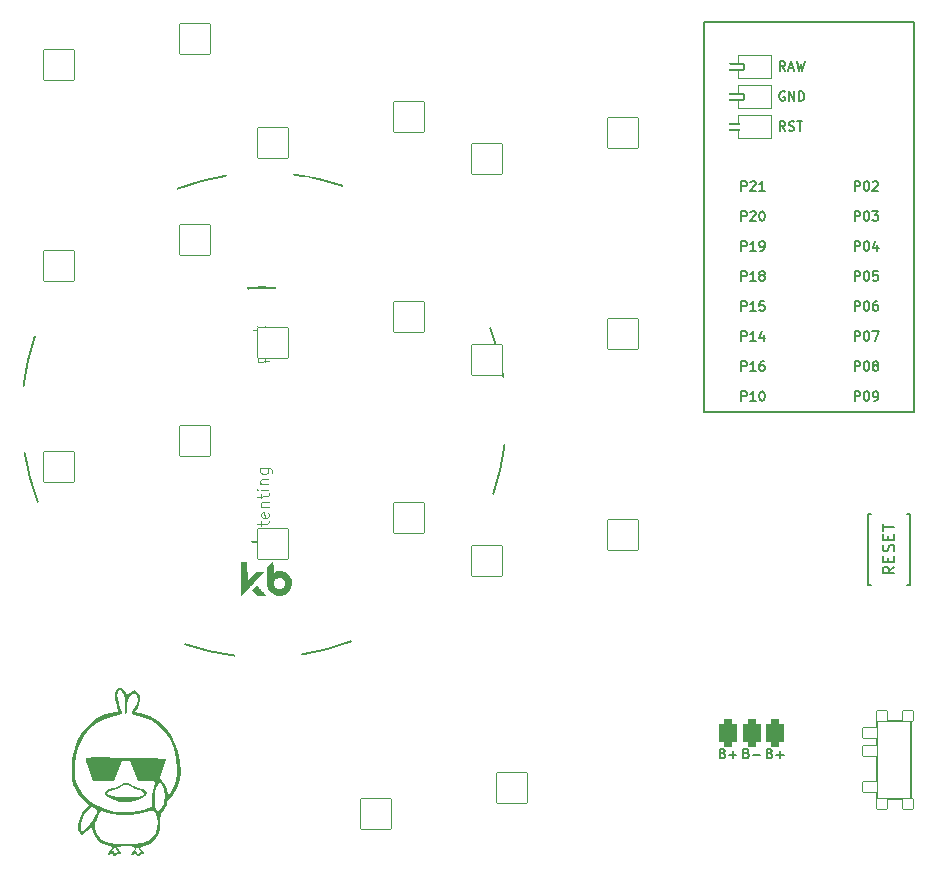
<source format=gto>
%TF.GenerationSoftware,KiCad,Pcbnew,(6.0.4)*%
%TF.CreationDate,2022-06-21T15:17:04+02:00*%
%TF.ProjectId,konafa,6b6f6e61-6661-42e6-9b69-6361645f7063,v1.0.0*%
%TF.SameCoordinates,Original*%
%TF.FileFunction,Legend,Top*%
%TF.FilePolarity,Positive*%
%FSLAX46Y46*%
G04 Gerber Fmt 4.6, Leading zero omitted, Abs format (unit mm)*
G04 Created by KiCad (PCBNEW (6.0.4)) date 2022-06-21 15:17:04*
%MOMM*%
%LPD*%
G01*
G04 APERTURE LIST*
G04 Aperture macros list*
%AMRoundRect*
0 Rectangle with rounded corners*
0 $1 Rounding radius*
0 $2 $3 $4 $5 $6 $7 $8 $9 X,Y pos of 4 corners*
0 Add a 4 corners polygon primitive as box body*
4,1,4,$2,$3,$4,$5,$6,$7,$8,$9,$2,$3,0*
0 Add four circle primitives for the rounded corners*
1,1,$1+$1,$2,$3*
1,1,$1+$1,$4,$5*
1,1,$1+$1,$6,$7*
1,1,$1+$1,$8,$9*
0 Add four rect primitives between the rounded corners*
20,1,$1+$1,$2,$3,$4,$5,0*
20,1,$1+$1,$4,$5,$6,$7,0*
20,1,$1+$1,$6,$7,$8,$9,0*
20,1,$1+$1,$8,$9,$2,$3,0*%
%AMFreePoly0*
4,1,16,0.535355,0.785355,0.550000,0.750000,0.550000,-0.750000,0.535355,-0.785355,0.500000,-0.800000,-0.650000,-0.800000,-0.685355,-0.785355,-0.700000,-0.750000,-0.691603,-0.722265,-0.210093,0.000000,-0.691603,0.722265,-0.699029,0.759806,-0.677735,0.791603,-0.650000,0.800000,0.500000,0.800000,0.535355,0.785355,0.535355,0.785355,$1*%
%AMFreePoly1*
4,1,16,0.535355,0.785355,0.541603,0.777735,1.041603,0.027735,1.049029,-0.009806,1.041603,-0.027735,0.541603,-0.777735,0.509806,-0.799029,0.500000,-0.800000,-0.500000,-0.800000,-0.535355,-0.785355,-0.550000,-0.750000,-0.550000,0.750000,-0.535355,0.785355,-0.500000,0.800000,0.500000,0.800000,0.535355,0.785355,0.535355,0.785355,$1*%
G04 Aperture macros list end*
%ADD10C,0.150000*%
%ADD11C,0.100000*%
%ADD12C,0.120000*%
%ADD13C,0.200000*%
%ADD14C,0.010000*%
%ADD15RoundRect,0.375000X-0.375000X-0.750000X0.375000X-0.750000X0.375000X0.750000X-0.375000X0.750000X0*%
%ADD16C,2.000000*%
%ADD17C,1.752600*%
%ADD18RoundRect,0.050000X-0.450000X0.450000X-0.450000X-0.450000X0.450000X-0.450000X0.450000X0.450000X0*%
%ADD19RoundRect,0.050000X-0.625000X0.450000X-0.625000X-0.450000X0.625000X-0.450000X0.625000X0.450000X0*%
%ADD20RoundRect,0.425000X-0.375000X-0.750000X0.375000X-0.750000X0.375000X0.750000X-0.375000X0.750000X0*%
%ADD21C,2.100000*%
%ADD22C,1.801800*%
%ADD23C,3.100000*%
%ADD24C,3.529000*%
%ADD25C,2.132000*%
%ADD26RoundRect,0.050000X-1.253839X-1.344577X1.344577X-1.253839X1.253839X1.344577X-1.344577X1.253839X0*%
%ADD27RoundRect,0.050000X-1.300000X-1.300000X1.300000X-1.300000X1.300000X1.300000X-1.300000X1.300000X0*%
%ADD28RoundRect,0.050000X-1.592168X-0.919239X0.919239X-1.592168X1.592168X0.919239X-0.919239X1.592168X0*%
%ADD29C,1.100000*%
%ADD30RoundRect,0.050000X-1.181751X-1.408356X1.408356X-1.181751X1.181751X1.408356X-1.408356X1.181751X0*%
%ADD31C,1.852600*%
%ADD32FreePoly0,180.000000*%
%ADD33RoundRect,0.050000X-0.762000X0.250000X-0.762000X-0.250000X0.762000X-0.250000X0.762000X0.250000X0*%
%ADD34FreePoly1,180.000000*%
%ADD35C,4.500000*%
G04 APERTURE END LIST*
D10*
%TO.C,PAD1*%
X146433764Y58744523D02*
X146548050Y58706428D01*
X146586145Y58668333D01*
X146624240Y58592142D01*
X146624240Y58477857D01*
X146586145Y58401666D01*
X146548050Y58363571D01*
X146471860Y58325476D01*
X146167098Y58325476D01*
X146167098Y59125476D01*
X146433764Y59125476D01*
X146509955Y59087381D01*
X146548050Y59049285D01*
X146586145Y58973095D01*
X146586145Y58896904D01*
X146548050Y58820714D01*
X146509955Y58782619D01*
X146433764Y58744523D01*
X146167098Y58744523D01*
X146967098Y58630238D02*
X147576621Y58630238D01*
X144433764Y58744523D02*
X144548050Y58706428D01*
X144586145Y58668333D01*
X144624240Y58592142D01*
X144624240Y58477857D01*
X144586145Y58401666D01*
X144548050Y58363571D01*
X144471860Y58325476D01*
X144167098Y58325476D01*
X144167098Y59125476D01*
X144433764Y59125476D01*
X144509955Y59087381D01*
X144548050Y59049285D01*
X144586145Y58973095D01*
X144586145Y58896904D01*
X144548050Y58820714D01*
X144509955Y58782619D01*
X144433764Y58744523D01*
X144167098Y58744523D01*
X144967098Y58630238D02*
X145576621Y58630238D01*
X145271860Y58325476D02*
X145271860Y58935000D01*
X148433764Y58744523D02*
X148548050Y58706428D01*
X148586145Y58668333D01*
X148624240Y58592142D01*
X148624240Y58477857D01*
X148586145Y58401666D01*
X148548050Y58363571D01*
X148471860Y58325476D01*
X148167098Y58325476D01*
X148167098Y59125476D01*
X148433764Y59125476D01*
X148509955Y59087381D01*
X148548050Y59049285D01*
X148586145Y58973095D01*
X148586145Y58896904D01*
X148548050Y58820714D01*
X148509955Y58782619D01*
X148433764Y58744523D01*
X148167098Y58744523D01*
X148967098Y58630238D02*
X149576621Y58630238D01*
X149271860Y58325476D02*
X149271860Y58935000D01*
%TO.C,B1*%
X158948380Y74545619D02*
X158472190Y74212285D01*
X158948380Y73974190D02*
X157948380Y73974190D01*
X157948380Y74355142D01*
X157996000Y74450380D01*
X158043619Y74498000D01*
X158138857Y74545619D01*
X158281714Y74545619D01*
X158376952Y74498000D01*
X158424571Y74450380D01*
X158472190Y74355142D01*
X158472190Y73974190D01*
X158424571Y74974190D02*
X158424571Y75307523D01*
X158948380Y75450380D02*
X158948380Y74974190D01*
X157948380Y74974190D01*
X157948380Y75450380D01*
X158900761Y75831333D02*
X158948380Y75974190D01*
X158948380Y76212285D01*
X158900761Y76307523D01*
X158853142Y76355142D01*
X158757904Y76402761D01*
X158662666Y76402761D01*
X158567428Y76355142D01*
X158519809Y76307523D01*
X158472190Y76212285D01*
X158424571Y76021809D01*
X158376952Y75926571D01*
X158329333Y75878952D01*
X158234095Y75831333D01*
X158138857Y75831333D01*
X158043619Y75878952D01*
X157996000Y75926571D01*
X157948380Y76021809D01*
X157948380Y76259904D01*
X157996000Y76402761D01*
X158424571Y76831333D02*
X158424571Y77164666D01*
X158948380Y77307523D02*
X158948380Y76831333D01*
X157948380Y76831333D01*
X157948380Y77307523D01*
X157948380Y77593238D02*
X157948380Y78164666D01*
X158948380Y77878952D02*
X157948380Y77878952D01*
%TO.C,MCU1*%
X155593571Y91121349D02*
X155593571Y91921349D01*
X155898333Y91921349D01*
X155974523Y91883254D01*
X156012619Y91845158D01*
X156050714Y91768968D01*
X156050714Y91654682D01*
X156012619Y91578492D01*
X155974523Y91540396D01*
X155898333Y91502301D01*
X155593571Y91502301D01*
X156545952Y91921349D02*
X156622142Y91921349D01*
X156698333Y91883254D01*
X156736428Y91845158D01*
X156774523Y91768968D01*
X156812619Y91616587D01*
X156812619Y91426111D01*
X156774523Y91273730D01*
X156736428Y91197539D01*
X156698333Y91159444D01*
X156622142Y91121349D01*
X156545952Y91121349D01*
X156469761Y91159444D01*
X156431666Y91197539D01*
X156393571Y91273730D01*
X156355476Y91426111D01*
X156355476Y91616587D01*
X156393571Y91768968D01*
X156431666Y91845158D01*
X156469761Y91883254D01*
X156545952Y91921349D01*
X157269761Y91578492D02*
X157193571Y91616587D01*
X157155476Y91654682D01*
X157117380Y91730873D01*
X157117380Y91768968D01*
X157155476Y91845158D01*
X157193571Y91883254D01*
X157269761Y91921349D01*
X157422142Y91921349D01*
X157498333Y91883254D01*
X157536428Y91845158D01*
X157574523Y91768968D01*
X157574523Y91730873D01*
X157536428Y91654682D01*
X157498333Y91616587D01*
X157422142Y91578492D01*
X157269761Y91578492D01*
X157193571Y91540396D01*
X157155476Y91502301D01*
X157117380Y91426111D01*
X157117380Y91273730D01*
X157155476Y91197539D01*
X157193571Y91159444D01*
X157269761Y91121349D01*
X157422142Y91121349D01*
X157498333Y91159444D01*
X157536428Y91197539D01*
X157574523Y91273730D01*
X157574523Y91426111D01*
X157536428Y91502301D01*
X157498333Y91540396D01*
X157422142Y91578492D01*
X145993571Y106361349D02*
X145993571Y107161349D01*
X146298333Y107161349D01*
X146374523Y107123254D01*
X146412619Y107085158D01*
X146450714Y107008968D01*
X146450714Y106894682D01*
X146412619Y106818492D01*
X146374523Y106780396D01*
X146298333Y106742301D01*
X145993571Y106742301D01*
X146755476Y107085158D02*
X146793571Y107123254D01*
X146869761Y107161349D01*
X147060238Y107161349D01*
X147136428Y107123254D01*
X147174523Y107085158D01*
X147212619Y107008968D01*
X147212619Y106932777D01*
X147174523Y106818492D01*
X146717380Y106361349D01*
X147212619Y106361349D01*
X147974523Y106361349D02*
X147517380Y106361349D01*
X147745952Y106361349D02*
X147745952Y107161349D01*
X147669761Y107047063D01*
X147593571Y106970873D01*
X147517380Y106932777D01*
X145993571Y93661349D02*
X145993571Y94461349D01*
X146298333Y94461349D01*
X146374523Y94423254D01*
X146412619Y94385158D01*
X146450714Y94308968D01*
X146450714Y94194682D01*
X146412619Y94118492D01*
X146374523Y94080396D01*
X146298333Y94042301D01*
X145993571Y94042301D01*
X147212619Y93661349D02*
X146755476Y93661349D01*
X146984047Y93661349D02*
X146984047Y94461349D01*
X146907857Y94347063D01*
X146831666Y94270873D01*
X146755476Y94232777D01*
X147898333Y94194682D02*
X147898333Y93661349D01*
X147707857Y94499444D02*
X147517380Y93928015D01*
X148012619Y93928015D01*
X145993571Y103821349D02*
X145993571Y104621349D01*
X146298333Y104621349D01*
X146374523Y104583254D01*
X146412619Y104545158D01*
X146450714Y104468968D01*
X146450714Y104354682D01*
X146412619Y104278492D01*
X146374523Y104240396D01*
X146298333Y104202301D01*
X145993571Y104202301D01*
X146755476Y104545158D02*
X146793571Y104583254D01*
X146869761Y104621349D01*
X147060238Y104621349D01*
X147136428Y104583254D01*
X147174523Y104545158D01*
X147212619Y104468968D01*
X147212619Y104392777D01*
X147174523Y104278492D01*
X146717380Y103821349D01*
X147212619Y103821349D01*
X147707857Y104621349D02*
X147784047Y104621349D01*
X147860238Y104583254D01*
X147898333Y104545158D01*
X147936428Y104468968D01*
X147974523Y104316587D01*
X147974523Y104126111D01*
X147936428Y103973730D01*
X147898333Y103897539D01*
X147860238Y103859444D01*
X147784047Y103821349D01*
X147707857Y103821349D01*
X147631666Y103859444D01*
X147593571Y103897539D01*
X147555476Y103973730D01*
X147517380Y104126111D01*
X147517380Y104316587D01*
X147555476Y104468968D01*
X147593571Y104545158D01*
X147631666Y104583254D01*
X147707857Y104621349D01*
X149713381Y111441349D02*
X149446715Y111822301D01*
X149256238Y111441349D02*
X149256238Y112241349D01*
X149561000Y112241349D01*
X149637191Y112203254D01*
X149675286Y112165158D01*
X149713381Y112088968D01*
X149713381Y111974682D01*
X149675286Y111898492D01*
X149637191Y111860396D01*
X149561000Y111822301D01*
X149256238Y111822301D01*
X150018143Y111479444D02*
X150132429Y111441349D01*
X150322905Y111441349D01*
X150399096Y111479444D01*
X150437191Y111517539D01*
X150475286Y111593730D01*
X150475286Y111669920D01*
X150437191Y111746111D01*
X150399096Y111784206D01*
X150322905Y111822301D01*
X150170524Y111860396D01*
X150094334Y111898492D01*
X150056238Y111936587D01*
X150018143Y112012777D01*
X150018143Y112088968D01*
X150056238Y112165158D01*
X150094334Y112203254D01*
X150170524Y112241349D01*
X150361000Y112241349D01*
X150475286Y112203254D01*
X150703857Y112241349D02*
X151161000Y112241349D01*
X150932429Y111441349D02*
X150932429Y112241349D01*
X155593571Y88581349D02*
X155593571Y89381349D01*
X155898333Y89381349D01*
X155974523Y89343254D01*
X156012619Y89305158D01*
X156050714Y89228968D01*
X156050714Y89114682D01*
X156012619Y89038492D01*
X155974523Y89000396D01*
X155898333Y88962301D01*
X155593571Y88962301D01*
X156545952Y89381349D02*
X156622142Y89381349D01*
X156698333Y89343254D01*
X156736428Y89305158D01*
X156774523Y89228968D01*
X156812619Y89076587D01*
X156812619Y88886111D01*
X156774523Y88733730D01*
X156736428Y88657539D01*
X156698333Y88619444D01*
X156622142Y88581349D01*
X156545952Y88581349D01*
X156469761Y88619444D01*
X156431666Y88657539D01*
X156393571Y88733730D01*
X156355476Y88886111D01*
X156355476Y89076587D01*
X156393571Y89228968D01*
X156431666Y89305158D01*
X156469761Y89343254D01*
X156545952Y89381349D01*
X157193571Y88581349D02*
X157345952Y88581349D01*
X157422142Y88619444D01*
X157460238Y88657539D01*
X157536428Y88771825D01*
X157574523Y88924206D01*
X157574523Y89228968D01*
X157536428Y89305158D01*
X157498333Y89343254D01*
X157422142Y89381349D01*
X157269761Y89381349D01*
X157193571Y89343254D01*
X157155476Y89305158D01*
X157117380Y89228968D01*
X157117380Y89038492D01*
X157155476Y88962301D01*
X157193571Y88924206D01*
X157269761Y88886111D01*
X157422142Y88886111D01*
X157498333Y88924206D01*
X157536428Y88962301D01*
X157574523Y89038492D01*
X145993571Y91121349D02*
X145993571Y91921349D01*
X146298333Y91921349D01*
X146374523Y91883254D01*
X146412619Y91845158D01*
X146450714Y91768968D01*
X146450714Y91654682D01*
X146412619Y91578492D01*
X146374523Y91540396D01*
X146298333Y91502301D01*
X145993571Y91502301D01*
X147212619Y91121349D02*
X146755476Y91121349D01*
X146984047Y91121349D02*
X146984047Y91921349D01*
X146907857Y91807063D01*
X146831666Y91730873D01*
X146755476Y91692777D01*
X147898333Y91921349D02*
X147745952Y91921349D01*
X147669761Y91883254D01*
X147631666Y91845158D01*
X147555476Y91730873D01*
X147517380Y91578492D01*
X147517380Y91273730D01*
X147555476Y91197539D01*
X147593571Y91159444D01*
X147669761Y91121349D01*
X147822142Y91121349D01*
X147898333Y91159444D01*
X147936428Y91197539D01*
X147974523Y91273730D01*
X147974523Y91464206D01*
X147936428Y91540396D01*
X147898333Y91578492D01*
X147822142Y91616587D01*
X147669761Y91616587D01*
X147593571Y91578492D01*
X147555476Y91540396D01*
X147517380Y91464206D01*
X149713382Y116521349D02*
X149446715Y116902301D01*
X149256239Y116521349D02*
X149256239Y117321349D01*
X149561001Y117321349D01*
X149637191Y117283254D01*
X149675286Y117245158D01*
X149713382Y117168968D01*
X149713382Y117054682D01*
X149675286Y116978492D01*
X149637191Y116940396D01*
X149561001Y116902301D01*
X149256239Y116902301D01*
X150018143Y116749920D02*
X150399096Y116749920D01*
X149941953Y116521349D02*
X150208620Y117321349D01*
X150475286Y116521349D01*
X150665763Y117321349D02*
X150856239Y116521349D01*
X151008620Y117092777D01*
X151161001Y116521349D01*
X151351477Y117321349D01*
X155593571Y106361349D02*
X155593571Y107161349D01*
X155898333Y107161349D01*
X155974523Y107123254D01*
X156012619Y107085158D01*
X156050714Y107008968D01*
X156050714Y106894682D01*
X156012619Y106818492D01*
X155974523Y106780396D01*
X155898333Y106742301D01*
X155593571Y106742301D01*
X156545952Y107161349D02*
X156622142Y107161349D01*
X156698333Y107123254D01*
X156736428Y107085158D01*
X156774523Y107008968D01*
X156812619Y106856587D01*
X156812619Y106666111D01*
X156774523Y106513730D01*
X156736428Y106437539D01*
X156698333Y106399444D01*
X156622142Y106361349D01*
X156545952Y106361349D01*
X156469761Y106399444D01*
X156431666Y106437539D01*
X156393571Y106513730D01*
X156355476Y106666111D01*
X156355476Y106856587D01*
X156393571Y107008968D01*
X156431666Y107085158D01*
X156469761Y107123254D01*
X156545952Y107161349D01*
X157117380Y107085158D02*
X157155476Y107123254D01*
X157231666Y107161349D01*
X157422142Y107161349D01*
X157498333Y107123254D01*
X157536428Y107085158D01*
X157574523Y107008968D01*
X157574523Y106932777D01*
X157536428Y106818492D01*
X157079285Y106361349D01*
X157574523Y106361349D01*
X145993571Y98741349D02*
X145993571Y99541349D01*
X146298333Y99541349D01*
X146374523Y99503254D01*
X146412619Y99465158D01*
X146450714Y99388968D01*
X146450714Y99274682D01*
X146412619Y99198492D01*
X146374523Y99160396D01*
X146298333Y99122301D01*
X145993571Y99122301D01*
X147212619Y98741349D02*
X146755476Y98741349D01*
X146984047Y98741349D02*
X146984047Y99541349D01*
X146907857Y99427063D01*
X146831666Y99350873D01*
X146755476Y99312777D01*
X147669761Y99198492D02*
X147593571Y99236587D01*
X147555476Y99274682D01*
X147517380Y99350873D01*
X147517380Y99388968D01*
X147555476Y99465158D01*
X147593571Y99503254D01*
X147669761Y99541349D01*
X147822142Y99541349D01*
X147898333Y99503254D01*
X147936428Y99465158D01*
X147974523Y99388968D01*
X147974523Y99350873D01*
X147936428Y99274682D01*
X147898333Y99236587D01*
X147822142Y99198492D01*
X147669761Y99198492D01*
X147593571Y99160396D01*
X147555476Y99122301D01*
X147517380Y99046111D01*
X147517380Y98893730D01*
X147555476Y98817539D01*
X147593571Y98779444D01*
X147669761Y98741349D01*
X147822142Y98741349D01*
X147898333Y98779444D01*
X147936428Y98817539D01*
X147974523Y98893730D01*
X147974523Y99046111D01*
X147936428Y99122301D01*
X147898333Y99160396D01*
X147822142Y99198492D01*
X145993571Y88581349D02*
X145993571Y89381349D01*
X146298333Y89381349D01*
X146374523Y89343254D01*
X146412619Y89305158D01*
X146450714Y89228968D01*
X146450714Y89114682D01*
X146412619Y89038492D01*
X146374523Y89000396D01*
X146298333Y88962301D01*
X145993571Y88962301D01*
X147212619Y88581349D02*
X146755476Y88581349D01*
X146984047Y88581349D02*
X146984047Y89381349D01*
X146907857Y89267063D01*
X146831666Y89190873D01*
X146755476Y89152777D01*
X147707857Y89381349D02*
X147784047Y89381349D01*
X147860238Y89343254D01*
X147898333Y89305158D01*
X147936428Y89228968D01*
X147974523Y89076587D01*
X147974523Y88886111D01*
X147936428Y88733730D01*
X147898333Y88657539D01*
X147860238Y88619444D01*
X147784047Y88581349D01*
X147707857Y88581349D01*
X147631666Y88619444D01*
X147593571Y88657539D01*
X147555476Y88733730D01*
X147517380Y88886111D01*
X147517380Y89076587D01*
X147555476Y89228968D01*
X147593571Y89305158D01*
X147631666Y89343254D01*
X147707857Y89381349D01*
X155593571Y103821349D02*
X155593571Y104621349D01*
X155898333Y104621349D01*
X155974523Y104583254D01*
X156012619Y104545158D01*
X156050714Y104468968D01*
X156050714Y104354682D01*
X156012619Y104278492D01*
X155974523Y104240396D01*
X155898333Y104202301D01*
X155593571Y104202301D01*
X156545952Y104621349D02*
X156622142Y104621349D01*
X156698333Y104583254D01*
X156736428Y104545158D01*
X156774523Y104468968D01*
X156812619Y104316587D01*
X156812619Y104126111D01*
X156774523Y103973730D01*
X156736428Y103897539D01*
X156698333Y103859444D01*
X156622142Y103821349D01*
X156545952Y103821349D01*
X156469761Y103859444D01*
X156431666Y103897539D01*
X156393571Y103973730D01*
X156355476Y104126111D01*
X156355476Y104316587D01*
X156393571Y104468968D01*
X156431666Y104545158D01*
X156469761Y104583254D01*
X156545952Y104621349D01*
X157079285Y104621349D02*
X157574523Y104621349D01*
X157307857Y104316587D01*
X157422142Y104316587D01*
X157498333Y104278492D01*
X157536428Y104240396D01*
X157574523Y104164206D01*
X157574523Y103973730D01*
X157536428Y103897539D01*
X157498333Y103859444D01*
X157422142Y103821349D01*
X157193571Y103821349D01*
X157117380Y103859444D01*
X157079285Y103897539D01*
X155593571Y93661349D02*
X155593571Y94461349D01*
X155898333Y94461349D01*
X155974523Y94423254D01*
X156012619Y94385158D01*
X156050714Y94308968D01*
X156050714Y94194682D01*
X156012619Y94118492D01*
X155974523Y94080396D01*
X155898333Y94042301D01*
X155593571Y94042301D01*
X156545952Y94461349D02*
X156622142Y94461349D01*
X156698333Y94423254D01*
X156736428Y94385158D01*
X156774523Y94308968D01*
X156812619Y94156587D01*
X156812619Y93966111D01*
X156774523Y93813730D01*
X156736428Y93737539D01*
X156698333Y93699444D01*
X156622142Y93661349D01*
X156545952Y93661349D01*
X156469761Y93699444D01*
X156431666Y93737539D01*
X156393571Y93813730D01*
X156355476Y93966111D01*
X156355476Y94156587D01*
X156393571Y94308968D01*
X156431666Y94385158D01*
X156469761Y94423254D01*
X156545952Y94461349D01*
X157079285Y94461349D02*
X157612619Y94461349D01*
X157269761Y93661349D01*
X145993571Y101281349D02*
X145993571Y102081349D01*
X146298333Y102081349D01*
X146374523Y102043254D01*
X146412619Y102005158D01*
X146450714Y101928968D01*
X146450714Y101814682D01*
X146412619Y101738492D01*
X146374523Y101700396D01*
X146298333Y101662301D01*
X145993571Y101662301D01*
X147212619Y101281349D02*
X146755476Y101281349D01*
X146984047Y101281349D02*
X146984047Y102081349D01*
X146907857Y101967063D01*
X146831666Y101890873D01*
X146755476Y101852777D01*
X147593571Y101281349D02*
X147745952Y101281349D01*
X147822142Y101319444D01*
X147860238Y101357539D01*
X147936428Y101471825D01*
X147974523Y101624206D01*
X147974523Y101928968D01*
X147936428Y102005158D01*
X147898333Y102043254D01*
X147822142Y102081349D01*
X147669761Y102081349D01*
X147593571Y102043254D01*
X147555476Y102005158D01*
X147517380Y101928968D01*
X147517380Y101738492D01*
X147555476Y101662301D01*
X147593571Y101624206D01*
X147669761Y101586111D01*
X147822142Y101586111D01*
X147898333Y101624206D01*
X147936428Y101662301D01*
X147974523Y101738492D01*
X149656239Y114743254D02*
X149580048Y114781349D01*
X149465763Y114781349D01*
X149351477Y114743254D01*
X149275286Y114667063D01*
X149237191Y114590873D01*
X149199096Y114438492D01*
X149199096Y114324206D01*
X149237191Y114171825D01*
X149275286Y114095634D01*
X149351477Y114019444D01*
X149465763Y113981349D01*
X149541953Y113981349D01*
X149656239Y114019444D01*
X149694334Y114057539D01*
X149694334Y114324206D01*
X149541953Y114324206D01*
X150037191Y113981349D02*
X150037191Y114781349D01*
X150494334Y113981349D01*
X150494334Y114781349D01*
X150875286Y113981349D02*
X150875286Y114781349D01*
X151065763Y114781349D01*
X151180048Y114743254D01*
X151256239Y114667063D01*
X151294334Y114590873D01*
X151332429Y114438492D01*
X151332429Y114324206D01*
X151294334Y114171825D01*
X151256239Y114095634D01*
X151180048Y114019444D01*
X151065763Y113981349D01*
X150875286Y113981349D01*
X155593571Y101281349D02*
X155593571Y102081349D01*
X155898333Y102081349D01*
X155974523Y102043254D01*
X156012619Y102005158D01*
X156050714Y101928968D01*
X156050714Y101814682D01*
X156012619Y101738492D01*
X155974523Y101700396D01*
X155898333Y101662301D01*
X155593571Y101662301D01*
X156545952Y102081349D02*
X156622142Y102081349D01*
X156698333Y102043254D01*
X156736428Y102005158D01*
X156774523Y101928968D01*
X156812619Y101776587D01*
X156812619Y101586111D01*
X156774523Y101433730D01*
X156736428Y101357539D01*
X156698333Y101319444D01*
X156622142Y101281349D01*
X156545952Y101281349D01*
X156469761Y101319444D01*
X156431666Y101357539D01*
X156393571Y101433730D01*
X156355476Y101586111D01*
X156355476Y101776587D01*
X156393571Y101928968D01*
X156431666Y102005158D01*
X156469761Y102043254D01*
X156545952Y102081349D01*
X157498333Y101814682D02*
X157498333Y101281349D01*
X157307857Y102119444D02*
X157117380Y101548015D01*
X157612619Y101548015D01*
X155593571Y98741349D02*
X155593571Y99541349D01*
X155898333Y99541349D01*
X155974523Y99503254D01*
X156012619Y99465158D01*
X156050714Y99388968D01*
X156050714Y99274682D01*
X156012619Y99198492D01*
X155974523Y99160396D01*
X155898333Y99122301D01*
X155593571Y99122301D01*
X156545952Y99541349D02*
X156622142Y99541349D01*
X156698333Y99503254D01*
X156736428Y99465158D01*
X156774523Y99388968D01*
X156812619Y99236587D01*
X156812619Y99046111D01*
X156774523Y98893730D01*
X156736428Y98817539D01*
X156698333Y98779444D01*
X156622142Y98741349D01*
X156545952Y98741349D01*
X156469761Y98779444D01*
X156431666Y98817539D01*
X156393571Y98893730D01*
X156355476Y99046111D01*
X156355476Y99236587D01*
X156393571Y99388968D01*
X156431666Y99465158D01*
X156469761Y99503254D01*
X156545952Y99541349D01*
X157536428Y99541349D02*
X157155476Y99541349D01*
X157117380Y99160396D01*
X157155476Y99198492D01*
X157231666Y99236587D01*
X157422142Y99236587D01*
X157498333Y99198492D01*
X157536428Y99160396D01*
X157574523Y99084206D01*
X157574523Y98893730D01*
X157536428Y98817539D01*
X157498333Y98779444D01*
X157422142Y98741349D01*
X157231666Y98741349D01*
X157155476Y98779444D01*
X157117380Y98817539D01*
X145993571Y96201349D02*
X145993571Y97001349D01*
X146298333Y97001349D01*
X146374523Y96963254D01*
X146412619Y96925158D01*
X146450714Y96848968D01*
X146450714Y96734682D01*
X146412619Y96658492D01*
X146374523Y96620396D01*
X146298333Y96582301D01*
X145993571Y96582301D01*
X147212619Y96201349D02*
X146755476Y96201349D01*
X146984047Y96201349D02*
X146984047Y97001349D01*
X146907857Y96887063D01*
X146831666Y96810873D01*
X146755476Y96772777D01*
X147936428Y97001349D02*
X147555476Y97001349D01*
X147517380Y96620396D01*
X147555476Y96658492D01*
X147631666Y96696587D01*
X147822142Y96696587D01*
X147898333Y96658492D01*
X147936428Y96620396D01*
X147974523Y96544206D01*
X147974523Y96353730D01*
X147936428Y96277539D01*
X147898333Y96239444D01*
X147822142Y96201349D01*
X147631666Y96201349D01*
X147555476Y96239444D01*
X147517380Y96277539D01*
X155593571Y96201349D02*
X155593571Y97001349D01*
X155898333Y97001349D01*
X155974523Y96963254D01*
X156012619Y96925158D01*
X156050714Y96848968D01*
X156050714Y96734682D01*
X156012619Y96658492D01*
X155974523Y96620396D01*
X155898333Y96582301D01*
X155593571Y96582301D01*
X156545952Y97001349D02*
X156622142Y97001349D01*
X156698333Y96963254D01*
X156736428Y96925158D01*
X156774523Y96848968D01*
X156812619Y96696587D01*
X156812619Y96506111D01*
X156774523Y96353730D01*
X156736428Y96277539D01*
X156698333Y96239444D01*
X156622142Y96201349D01*
X156545952Y96201349D01*
X156469761Y96239444D01*
X156431666Y96277539D01*
X156393571Y96353730D01*
X156355476Y96506111D01*
X156355476Y96696587D01*
X156393571Y96848968D01*
X156431666Y96925158D01*
X156469761Y96963254D01*
X156545952Y97001349D01*
X157498333Y97001349D02*
X157345952Y97001349D01*
X157269761Y96963254D01*
X157231666Y96925158D01*
X157155476Y96810873D01*
X157117380Y96658492D01*
X157117380Y96353730D01*
X157155476Y96277539D01*
X157193571Y96239444D01*
X157269761Y96201349D01*
X157422142Y96201349D01*
X157498333Y96239444D01*
X157536428Y96277539D01*
X157574523Y96353730D01*
X157574523Y96544206D01*
X157536428Y96620396D01*
X157498333Y96658492D01*
X157422142Y96696587D01*
X157269761Y96696587D01*
X157193571Y96658492D01*
X157155476Y96620396D01*
X157117380Y96544206D01*
D11*
%TO.C,REF\u002A\u002A*%
X105344127Y78009459D02*
X105337479Y78390354D01*
X105008352Y78146477D02*
X105865364Y78161437D01*
X105959757Y78210711D01*
X106005706Y78306765D01*
X106004044Y78401989D01*
X105943966Y79115335D02*
X105993240Y79020942D01*
X105996564Y78830495D01*
X105950615Y78734440D01*
X105856222Y78685166D01*
X105475328Y78678518D01*
X105379273Y78724467D01*
X105329999Y78818860D01*
X105326675Y79009307D01*
X105372625Y79105362D01*
X105467017Y79154636D01*
X105562241Y79156298D01*
X105665775Y78681842D01*
X105316702Y79580649D02*
X105983267Y79592284D01*
X105411926Y79582311D02*
X105363483Y79629092D01*
X105314209Y79723484D01*
X105311716Y79866319D01*
X105357665Y79962374D01*
X105452058Y80011648D01*
X105975788Y80020790D01*
X105303405Y80342437D02*
X105296757Y80723332D01*
X104967629Y80479455D02*
X105824642Y80494415D01*
X105919034Y80543688D01*
X105964984Y80639743D01*
X105963322Y80734967D01*
X105957504Y81068249D02*
X105290939Y81056614D01*
X104957657Y81050797D02*
X105006099Y81004016D01*
X105052880Y81052459D01*
X105004437Y81099240D01*
X104957657Y81050797D01*
X105052880Y81052459D01*
X105282628Y81532732D02*
X105949194Y81544367D01*
X105377852Y81534394D02*
X105329409Y81581175D01*
X105280135Y81675568D01*
X105277642Y81818403D01*
X105323592Y81914458D01*
X105417984Y81963732D01*
X105941714Y81972873D01*
X105259359Y82865863D02*
X106068759Y82879991D01*
X106164814Y82834041D01*
X106213257Y82787260D01*
X106262531Y82692868D01*
X106265024Y82550032D01*
X106219074Y82453978D01*
X105878312Y82876666D02*
X105927586Y82782274D01*
X105930910Y82591827D01*
X105884960Y82495772D01*
X105838180Y82447329D01*
X105743787Y82398055D01*
X105458116Y82393069D01*
X105362062Y82439019D01*
X105313619Y82485799D01*
X105264345Y82580192D01*
X105261021Y82770639D01*
X105306970Y82866694D01*
X105038214Y91896735D02*
X106038062Y91914188D01*
X105085826Y91897566D02*
X105036552Y91991959D01*
X105033228Y92182406D01*
X105079177Y92278461D01*
X105125958Y92326903D01*
X105220351Y92376177D01*
X105506021Y92381164D01*
X105602076Y92335214D01*
X105650519Y92288433D01*
X105699793Y92194041D01*
X105703117Y92003594D01*
X105657167Y91907539D01*
X105014944Y93229865D02*
X105681509Y93241500D01*
X105022424Y92801359D02*
X105546154Y92810501D01*
X105640546Y92859775D01*
X105686496Y92955830D01*
X105684002Y93098665D01*
X105634729Y93193057D01*
X105586286Y93239838D01*
X105618107Y94145293D02*
X105667381Y94050901D01*
X105670705Y93860454D01*
X105624756Y93764399D01*
X105577975Y93715956D01*
X105483583Y93666682D01*
X105197912Y93661696D01*
X105101857Y93707646D01*
X105053414Y93754426D01*
X105004140Y93848819D01*
X105000816Y94039266D01*
X105046766Y94135321D01*
X105658239Y94574631D02*
X104658392Y94557178D01*
X105275683Y94663206D02*
X105651591Y94955525D01*
X104985026Y94943890D02*
X105372569Y94569644D01*
D10*
%TO.C,T1*%
X160354000Y61466000D02*
X157504000Y61466000D01*
X160354000Y56216000D02*
X160354000Y60116000D01*
X157504000Y61466000D02*
X157504000Y54866000D01*
X160354000Y58166000D02*
X160354000Y54866000D01*
X157504000Y54866000D02*
X160354000Y54866000D01*
X160354000Y58166000D02*
X160354000Y61466000D01*
%TO.C,B1*%
X156746000Y72998000D02*
X156746000Y78998000D01*
X160246000Y72998000D02*
X160246000Y78998000D01*
X156746000Y78998000D02*
X156996000Y78998000D01*
X160246000Y72998000D02*
X159996000Y72998000D01*
X160246000Y78998000D02*
X159996000Y78998000D01*
X156746000Y72998000D02*
X156996000Y72998000D01*
%TO.C,G\u002A\u002A\u002A*%
G36*
X92883978Y54811439D02*
G01*
X92740255Y54880814D01*
X92407058Y55056231D01*
X92211599Y55193916D01*
X92131416Y55310999D01*
X92130646Y55316839D01*
X92306885Y55316839D01*
X92323310Y55295956D01*
X92503738Y55201096D01*
X92814003Y55123189D01*
X93215242Y55064583D01*
X93668589Y55027628D01*
X94135180Y55014670D01*
X94576151Y55028060D01*
X94952637Y55070144D01*
X95174422Y55123679D01*
X95401772Y55233273D01*
X95460472Y55348492D01*
X95351061Y55468035D01*
X95074080Y55590598D01*
X94966078Y55625429D01*
X94664565Y55735323D01*
X94407590Y55860367D01*
X94283288Y55946404D01*
X94021677Y56093383D01*
X93736622Y56076183D01*
X93509613Y55948664D01*
X93306784Y55830100D01*
X93019752Y55709005D01*
X92844401Y55651219D01*
X92514387Y55534275D01*
X92332107Y55420696D01*
X92306885Y55316839D01*
X92130646Y55316839D01*
X92126422Y55348860D01*
X92205522Y55535943D01*
X92420663Y55696920D01*
X92738600Y55809825D01*
X92858300Y55832470D01*
X93154436Y55920791D01*
X93435028Y56068739D01*
X93454272Y56082600D01*
X93752550Y56247693D01*
X94019947Y56257391D01*
X94293936Y56111220D01*
X94343195Y56071400D01*
X94555160Y55931295D01*
X94751676Y55860051D01*
X94778751Y55857874D01*
X94966352Y55822347D01*
X95222502Y55735067D01*
X95328663Y55689960D01*
X95559074Y55566867D01*
X95659234Y55452976D01*
X95667330Y55340633D01*
X95591473Y55163612D01*
X95513088Y55091950D01*
X95111759Y54891462D01*
X94805697Y54759395D01*
X94543443Y54679643D01*
X94273536Y54636100D01*
X93989088Y54614958D01*
X93653008Y54603783D01*
X93402897Y54622991D01*
X93169604Y54687303D01*
X93109985Y54713214D01*
X93673799Y54713214D01*
X93780173Y54699930D01*
X93904422Y54697460D01*
X94087543Y54704065D01*
X94137812Y54720951D01*
X94094922Y54734152D01*
X93848204Y54748159D01*
X93713922Y54734152D01*
X93673799Y54713214D01*
X93109985Y54713214D01*
X92957906Y54779309D01*
X93263810Y54779309D01*
X93347033Y54765751D01*
X93456847Y54781317D01*
X93458158Y54810219D01*
X93344841Y54830431D01*
X93295880Y54816903D01*
X93263810Y54779309D01*
X92957906Y54779309D01*
X92883978Y54811439D01*
G37*
G36*
X94497088Y50503045D02*
G01*
X94643295Y50652401D01*
X94666692Y50756195D01*
X94555768Y50821445D01*
X94299012Y50855169D01*
X93904422Y50864400D01*
X93568863Y50857043D01*
X93308698Y50837338D01*
X93161697Y50808830D01*
X93142422Y50792855D01*
X93199034Y50688346D01*
X93311755Y50568066D01*
X93447142Y50400898D01*
X93476988Y50265739D01*
X93400694Y50201812D01*
X93317223Y50210169D01*
X93160615Y50195335D01*
X93108213Y50135377D01*
X93006711Y50026556D01*
X92885968Y50061683D01*
X92834968Y50143183D01*
X92754841Y50223695D01*
X92631524Y50185516D01*
X92462694Y50111812D01*
X92392654Y50148018D01*
X92380422Y50271016D01*
X92421728Y50379808D01*
X92582791Y50379808D01*
X92677340Y50385158D01*
X92749034Y50430786D01*
X92849174Y50473905D01*
X92916959Y50373574D01*
X92929388Y50337018D01*
X92980358Y50214712D01*
X93017398Y50247358D01*
X93029700Y50288207D01*
X93124266Y50392124D01*
X93211226Y50386159D01*
X93282980Y50379386D01*
X93221385Y50454321D01*
X93173785Y50496685D01*
X93022640Y50657352D01*
X92947636Y50779733D01*
X92909598Y50852446D01*
X92895106Y50761545D01*
X92821498Y50610467D01*
X92711837Y50521852D01*
X92594181Y50433079D01*
X92582791Y50379808D01*
X92421728Y50379808D01*
X92447013Y50446405D01*
X92549755Y50545382D01*
X92693986Y50671444D01*
X92682018Y50778173D01*
X92509132Y50871978D01*
X92258894Y50940441D01*
X91805541Y51124714D01*
X91433524Y51442555D01*
X91170096Y51867066D01*
X91092709Y52091419D01*
X90991439Y52470057D01*
X90775764Y52332967D01*
X90561682Y52165937D01*
X90369908Y51974638D01*
X90179727Y51753400D01*
X90000313Y51965066D01*
X89869742Y52239974D01*
X89848473Y52501801D01*
X90095204Y52501801D01*
X90102772Y52276291D01*
X90139765Y52147704D01*
X90163941Y52134400D01*
X90256374Y52188909D01*
X90430173Y52331426D01*
X90603135Y52489954D01*
X91293284Y52489954D01*
X91375226Y52110208D01*
X91476501Y51873648D01*
X91654061Y51601911D01*
X91877885Y51393116D01*
X92168936Y51241165D01*
X92548174Y51139962D01*
X93036561Y51083409D01*
X93655058Y51065408D01*
X94226220Y51073792D01*
X94708800Y51090617D01*
X95060360Y51114249D01*
X95319209Y51150426D01*
X95523658Y51204883D01*
X95712015Y51283357D01*
X95750220Y51301989D01*
X96123921Y51577407D01*
X96396496Y51966219D01*
X96555900Y52437813D01*
X96590089Y52961576D01*
X96540529Y53310769D01*
X96455508Y53618649D01*
X96347306Y53796201D01*
X96181045Y53859979D01*
X95921846Y53826536D01*
X95630184Y53742813D01*
X94953530Y53587774D01*
X94197082Y53510253D01*
X93433171Y53513392D01*
X92734127Y53600336D01*
X92668971Y53614115D01*
X92335075Y53693216D01*
X92053420Y53769503D01*
X91875159Y53828891D01*
X91854808Y53838335D01*
X91752825Y53860391D01*
X91681082Y53771888D01*
X91623707Y53593361D01*
X91533656Y53336287D01*
X91426116Y53126554D01*
X91411179Y53105450D01*
X91304319Y52839623D01*
X91293284Y52489954D01*
X90603135Y52489954D01*
X90635426Y52519550D01*
X90866152Y52778902D01*
X91090809Y53095367D01*
X91281265Y53421544D01*
X91409387Y53710034D01*
X91448261Y53889059D01*
X91380701Y53995723D01*
X91215710Y54113267D01*
X91203142Y54119902D01*
X91054781Y54186990D01*
X90944970Y54184016D01*
X90822020Y54091411D01*
X90654733Y53912295D01*
X90448858Y53651510D01*
X90275909Y53376808D01*
X90223346Y53268946D01*
X90158061Y53047223D01*
X90114491Y52775143D01*
X90095204Y52501801D01*
X89848473Y52501801D01*
X89840202Y52603612D01*
X89902370Y53016274D01*
X90046922Y53438258D01*
X90264536Y53829856D01*
X90504870Y54113825D01*
X90761494Y54357583D01*
X90302999Y54776621D01*
X89826443Y55321596D01*
X89567296Y55759042D01*
X89447141Y56012240D01*
X89368080Y56220018D01*
X89321752Y56429518D01*
X89299794Y56687883D01*
X89293841Y57042258D01*
X89294371Y57297579D01*
X89297495Y57341400D01*
X89553696Y57341400D01*
X89557400Y56928222D01*
X89578822Y56628157D01*
X89627684Y56385171D01*
X89713705Y56143232D01*
X89792844Y55962855D01*
X90136304Y55401988D01*
X90621028Y54892268D01*
X91222119Y54452211D01*
X91914683Y54100333D01*
X92603812Y53872265D01*
X93082786Y53794861D01*
X93663314Y53766986D01*
X94285788Y53786196D01*
X94890603Y53850046D01*
X95418152Y53956093D01*
X95543239Y53992802D01*
X96123723Y54178753D01*
X96070295Y54617077D01*
X96079465Y55080285D01*
X96325881Y55080285D01*
X96327710Y54677744D01*
X96375168Y54316992D01*
X96467775Y54056944D01*
X96475134Y54045253D01*
X96628143Y53811733D01*
X96826284Y53997877D01*
X96966130Y54193782D01*
X97086957Y54469968D01*
X97121864Y54590190D01*
X97176721Y55146150D01*
X97084261Y55689335D01*
X96907681Y56083336D01*
X96784247Y56274447D01*
X96713207Y56333717D01*
X96666647Y56278387D01*
X96652846Y56240733D01*
X96579443Y56050036D01*
X96475242Y55806585D01*
X96461032Y55775066D01*
X96370162Y55465698D01*
X96325881Y55080285D01*
X96079465Y55080285D01*
X96082096Y55213210D01*
X96150582Y55521066D01*
X96262396Y55901980D01*
X96322245Y56147438D01*
X96311960Y56287910D01*
X96213374Y56353867D01*
X96008320Y56375778D01*
X95678630Y56384113D01*
X95635186Y56385469D01*
X94892188Y56410066D01*
X94545362Y57256733D01*
X94198535Y58103400D01*
X93537991Y58103400D01*
X92844243Y56410066D01*
X91992187Y56386102D01*
X91140130Y56362137D01*
X90785489Y57302541D01*
X90651479Y57677144D01*
X90550559Y57997120D01*
X90492705Y58227962D01*
X90487272Y58334241D01*
X90565612Y58358671D01*
X90770969Y58376347D01*
X91110443Y58387339D01*
X91591135Y58391713D01*
X92220147Y58389538D01*
X93004578Y58380882D01*
X93892620Y58366851D01*
X94628610Y58353119D01*
X95310377Y58338793D01*
X95919653Y58324376D01*
X96438166Y58310372D01*
X96847646Y58297287D01*
X97129824Y58285624D01*
X97266428Y58275889D01*
X97276286Y58273424D01*
X97264632Y58184166D01*
X97205275Y57971704D01*
X97108818Y57671815D01*
X97032008Y57449106D01*
X96752989Y56659530D01*
X96977731Y56434787D01*
X97139512Y56205119D01*
X97287131Y55877216D01*
X97345176Y55696772D01*
X97487878Y55183498D01*
X97700397Y55496248D01*
X97963013Y55953635D01*
X98127499Y56429344D01*
X98208157Y56975786D01*
X98222422Y57409186D01*
X98153236Y58317446D01*
X97951835Y59154138D01*
X97627455Y59906649D01*
X97189332Y60562370D01*
X96646702Y61108689D01*
X96008799Y61532995D01*
X95284861Y61822677D01*
X94928718Y61906649D01*
X94599418Y61983285D01*
X94428121Y62077514D01*
X94403843Y62217712D01*
X94515598Y62432257D01*
X94652421Y62620354D01*
X94830072Y62942212D01*
X94878088Y63278409D01*
X94844099Y63599871D01*
X94740227Y63769180D01*
X94563612Y63789686D01*
X94470459Y63756294D01*
X94256563Y63572819D01*
X94090860Y63257823D01*
X93987793Y62845723D01*
X93961254Y62542942D01*
X93942369Y62227069D01*
X93913023Y62069667D01*
X93879665Y62060719D01*
X93848740Y62190208D01*
X93826695Y62448119D01*
X93819755Y62762786D01*
X93794031Y63302679D01*
X93718779Y63706619D01*
X93596879Y63965572D01*
X93431210Y64070503D01*
X93402355Y64072400D01*
X93240506Y63997740D01*
X93178928Y63867659D01*
X93168326Y63649227D01*
X93203966Y63327445D01*
X93275583Y62958591D01*
X93372909Y62598940D01*
X93448998Y62387233D01*
X93520542Y62193920D01*
X93546125Y62082449D01*
X93543788Y62074878D01*
X93455295Y62047212D01*
X93243659Y61996299D01*
X92951733Y61932349D01*
X92901052Y61921718D01*
X92094895Y61683228D01*
X91407043Y61325848D01*
X90829831Y60843852D01*
X90355594Y60231511D01*
X90150404Y59866170D01*
X89844649Y59165956D01*
X89655204Y58486382D01*
X89565908Y57759066D01*
X89553696Y57341400D01*
X89297495Y57341400D01*
X89363677Y58269694D01*
X89557951Y59160199D01*
X89870025Y59958686D01*
X90292730Y60654747D01*
X90818899Y61237974D01*
X91441364Y61697957D01*
X92152957Y62024288D01*
X92640005Y62155797D01*
X92910572Y62216488D01*
X93107206Y62270853D01*
X93176676Y62300432D01*
X93180759Y62399663D01*
X93145166Y62609747D01*
X93097975Y62806337D01*
X92993959Y63324682D01*
X92978234Y63751062D01*
X93050080Y64065427D01*
X93148207Y64204636D01*
X93288440Y64307755D01*
X93415811Y64302972D01*
X93550374Y64235849D01*
X93757738Y64062353D01*
X93889118Y63876231D01*
X94000814Y63643880D01*
X94255447Y63858140D01*
X94465557Y64016970D01*
X94614991Y64056293D01*
X94762434Y63976714D01*
X94881937Y63864582D01*
X95052086Y63582213D01*
X95095465Y63231293D01*
X95012346Y62855224D01*
X94873903Y62592622D01*
X94750576Y62399963D01*
X94685927Y62277032D01*
X94683403Y62256510D01*
X94773050Y62230420D01*
X94979276Y62181344D01*
X95193103Y62133920D01*
X95946464Y61887855D01*
X96621090Y61496722D01*
X97208237Y60969645D01*
X97699161Y60315748D01*
X98085118Y59544155D01*
X98301239Y58890731D01*
X98476901Y58009790D01*
X98519445Y57191338D01*
X98430843Y56447007D01*
X98213068Y55788428D01*
X97868093Y55227231D01*
X97637308Y54976059D01*
X97473252Y54785159D01*
X97382263Y54611451D01*
X97375755Y54570520D01*
X97333745Y54375923D01*
X97229657Y54132103D01*
X97096407Y53901142D01*
X96966910Y53745125D01*
X96923569Y53717622D01*
X96862620Y53652314D01*
X96826491Y53494962D01*
X96811185Y53217437D01*
X96810852Y52924013D01*
X96806347Y52515991D01*
X96776410Y52219573D01*
X96711941Y51977819D01*
X96628666Y51784018D01*
X96338971Y51371594D01*
X95938500Y51071362D01*
X95461927Y50909110D01*
X95449588Y50907085D01*
X95193056Y50836684D01*
X95098588Y50736465D01*
X95168749Y50611297D01*
X95259088Y50545382D01*
X95394479Y50409715D01*
X95419029Y50274923D01*
X95330265Y50193370D01*
X95276022Y50187066D01*
X95084469Y50130817D01*
X95016322Y50081233D01*
X94911884Y50026348D01*
X94806703Y50114193D01*
X94795850Y50128633D01*
X94684763Y50221542D01*
X94627219Y50192133D01*
X94510362Y50109045D01*
X94383563Y50127496D01*
X94327755Y50230229D01*
X94363786Y50319728D01*
X94534456Y50319728D01*
X94548861Y50309933D01*
X94611115Y50354962D01*
X94740775Y50428040D01*
X94827524Y50366648D01*
X94862211Y50310067D01*
X94937077Y50200571D01*
X94974362Y50237014D01*
X94986321Y50288207D01*
X95072375Y50393271D01*
X95158559Y50389280D01*
X95217430Y50391348D01*
X95130255Y50474349D01*
X95110922Y50488967D01*
X94967179Y50640336D01*
X94913737Y50768893D01*
X94899684Y50857263D01*
X94860890Y50780451D01*
X94860628Y50779733D01*
X94774293Y50627497D01*
X94634478Y50443629D01*
X94534456Y50319728D01*
X94363786Y50319728D01*
X94387506Y50378647D01*
X94497088Y50503045D01*
G37*
D12*
%TO.C,MCU1*%
X148526477Y115343254D02*
X148526477Y113343254D01*
X145726477Y115343254D02*
X148526477Y115343254D01*
X145726477Y112803254D02*
X148526477Y112803254D01*
D10*
X160655000Y120693254D02*
X142875000Y120693254D01*
D12*
X145726477Y117883254D02*
X148526477Y117883254D01*
X148526477Y112803254D02*
X148526477Y110803254D01*
X145726477Y113343254D02*
X145726477Y114013254D01*
X145726477Y110803254D02*
X145726477Y111488254D01*
X148526477Y110803254D02*
X145726477Y110803254D01*
X148526477Y117883254D02*
X148526477Y115883254D01*
D10*
X142875000Y87673254D02*
X160655000Y87673254D01*
D12*
X145726477Y112138254D02*
X145726477Y112803254D01*
X145726477Y117213254D02*
X145726477Y117883254D01*
D10*
X142875000Y120693254D02*
X142875000Y87673254D01*
D12*
X148526477Y115883254D02*
X145726477Y115883254D01*
D10*
X160655000Y87673254D02*
X160655000Y120693254D01*
D12*
X145726477Y114663254D02*
X145726477Y115343254D01*
X148526477Y113343254D02*
X145726477Y113343254D01*
X145726477Y115883254D02*
X145726477Y116563254D01*
D13*
%TO.C,REF\u002A\u002A*%
X125852567Y90584797D02*
G75*
G03*
X124746422Y94716666I-20267054J-3211704D01*
G01*
X106526378Y98127020D02*
G75*
G03*
X105397133Y98166455I-940848J-10753821D01*
G01*
X104562692Y76644691D02*
G75*
G03*
X105691937Y76605257I940842J10753843D01*
G01*
X98915143Y67967595D02*
G75*
G03*
X103083100Y67006324I6670389J19405504D01*
G01*
X104644686Y76619177D02*
G75*
G03*
X105773931Y76579743I940841J10753843D01*
G01*
X85318497Y84161401D02*
G75*
G03*
X86424643Y80029530I20266988J3211687D01*
G01*
X105691937Y76605257D02*
G75*
G03*
X106819118Y76684077I-188391J10793277D01*
G01*
X102373834Y107640134D02*
G75*
G03*
X98241962Y106533988I3211694J-20267018D01*
G01*
X106444385Y98152535D02*
G75*
G03*
X105315140Y98191969I-940842J-10753843D01*
G01*
X105315140Y98191969D02*
G75*
G03*
X104187958Y98113149I188394J-10793315D01*
G01*
X124991037Y80702710D02*
G75*
G03*
X125952307Y84870667I-19405555J6670400D01*
G01*
X108797230Y67106064D02*
G75*
G03*
X112929101Y68212210I-3211698J20267035D01*
G01*
X86180028Y94043490D02*
G75*
G03*
X85218757Y89875531I19405487J-6670387D01*
G01*
X105397133Y98166455D02*
G75*
G03*
X104269952Y98087635I188392J-10793277D01*
G01*
X105773931Y76579742D02*
G75*
G03*
X106901112Y76658563I-188397J10793257D01*
G01*
X112255922Y106778603D02*
G75*
G03*
X108087964Y107739874I-6670390J-19405504D01*
G01*
G36*
X105824971Y73217474D02*
G01*
X105821707Y73324062D01*
X105818523Y73446681D01*
X105815463Y73583921D01*
X105812576Y73734367D01*
X105812368Y73746101D01*
X105800209Y74437709D01*
X106298935Y74956517D01*
X106307697Y74463027D01*
X106309708Y74358806D01*
X106311885Y74262085D01*
X106314152Y74175225D01*
X106316431Y74100591D01*
X106318648Y74040546D01*
X106320727Y73997453D01*
X106322591Y73973675D01*
X106323570Y73969661D01*
X106335889Y73976191D01*
X106360446Y73992965D01*
X106384276Y74010586D01*
X106497721Y74083299D01*
X106619061Y74134528D01*
X106748941Y74164476D01*
X106888009Y74173342D01*
X106905830Y74172985D01*
X106995566Y74167998D01*
X107072245Y74157398D01*
X107144226Y74139159D01*
X107219863Y74111258D01*
X107290273Y74079843D01*
X107419501Y74006794D01*
X107534009Y73916799D01*
X107632755Y73811517D01*
X107714701Y73692605D01*
X107778805Y73561718D01*
X107824028Y73420517D01*
X107849328Y73270657D01*
X107854454Y73181063D01*
X107846825Y73028428D01*
X107817997Y72883339D01*
X107767290Y72743197D01*
X107711910Y72635295D01*
X107628310Y72513524D01*
X107528543Y72406918D01*
X107414769Y72316596D01*
X107289147Y72243679D01*
X107153840Y72189286D01*
X107011006Y72154535D01*
X106862806Y72140548D01*
X106762497Y72143280D01*
X106617477Y72165634D01*
X106476123Y72209448D01*
X106341819Y72273093D01*
X106217951Y72354941D01*
X106107905Y72453361D01*
X106099352Y72462379D01*
X106016416Y72565068D01*
X105944672Y72682015D01*
X105887318Y72806896D01*
X105847552Y72933382D01*
X105837873Y72979670D01*
X105834765Y73008015D01*
X105831547Y73058038D01*
X105829200Y73108339D01*
X105828795Y73117001D01*
X106325462Y73117001D01*
X106337735Y73019652D01*
X106369803Y72926178D01*
X106399398Y72872541D01*
X106467862Y72785440D01*
X106548568Y72715961D01*
X106638903Y72665037D01*
X106736252Y72633599D01*
X106838001Y72622579D01*
X106941537Y72632909D01*
X107014017Y72653465D01*
X107056726Y72670299D01*
X107097322Y72688370D01*
X107113351Y72696427D01*
X107158089Y72728216D01*
X107206598Y72775264D01*
X107253680Y72831550D01*
X107294133Y72891060D01*
X107314948Y72929756D01*
X107334354Y72974347D01*
X107346323Y73013170D01*
X107352941Y73055584D01*
X107356293Y73110954D01*
X107356483Y73116248D01*
X107351244Y73223418D01*
X107326683Y73320896D01*
X107281407Y73413543D01*
X107263142Y73441758D01*
X107197250Y73518523D01*
X107117360Y73579308D01*
X107026944Y73623233D01*
X106929473Y73649414D01*
X106828422Y73656971D01*
X106727263Y73645022D01*
X106629466Y73612685D01*
X106615575Y73606156D01*
X106528561Y73551680D01*
X106455772Y73482185D01*
X106398141Y73400821D01*
X106356594Y73310735D01*
X106332057Y73215079D01*
X106325462Y73117001D01*
X105828795Y73117001D01*
X105828266Y73128329D01*
X105824971Y73217474D01*
G37*
D14*
X105824971Y73217474D02*
X105821707Y73324062D01*
X105818523Y73446681D01*
X105815463Y73583921D01*
X105812576Y73734367D01*
X105812368Y73746101D01*
X105800209Y74437709D01*
X106298935Y74956517D01*
X106307697Y74463027D01*
X106309708Y74358806D01*
X106311885Y74262085D01*
X106314152Y74175225D01*
X106316431Y74100591D01*
X106318648Y74040546D01*
X106320727Y73997453D01*
X106322591Y73973675D01*
X106323570Y73969661D01*
X106335889Y73976191D01*
X106360446Y73992965D01*
X106384276Y74010586D01*
X106497721Y74083299D01*
X106619061Y74134528D01*
X106748941Y74164476D01*
X106888009Y74173342D01*
X106905830Y74172985D01*
X106995566Y74167998D01*
X107072245Y74157398D01*
X107144226Y74139159D01*
X107219863Y74111258D01*
X107290273Y74079843D01*
X107419501Y74006794D01*
X107534009Y73916799D01*
X107632755Y73811517D01*
X107714701Y73692605D01*
X107778805Y73561718D01*
X107824028Y73420517D01*
X107849328Y73270657D01*
X107854454Y73181063D01*
X107846825Y73028428D01*
X107817997Y72883339D01*
X107767290Y72743197D01*
X107711910Y72635295D01*
X107628310Y72513524D01*
X107528543Y72406918D01*
X107414769Y72316596D01*
X107289147Y72243679D01*
X107153840Y72189286D01*
X107011006Y72154535D01*
X106862806Y72140548D01*
X106762497Y72143280D01*
X106617477Y72165634D01*
X106476123Y72209448D01*
X106341819Y72273093D01*
X106217951Y72354941D01*
X106107905Y72453361D01*
X106099352Y72462379D01*
X106016416Y72565068D01*
X105944672Y72682015D01*
X105887318Y72806896D01*
X105847552Y72933382D01*
X105837873Y72979670D01*
X105834765Y73008015D01*
X105831547Y73058038D01*
X105829200Y73108339D01*
X105828795Y73117001D01*
X106325462Y73117001D01*
X106337735Y73019652D01*
X106369803Y72926178D01*
X106399398Y72872541D01*
X106467862Y72785440D01*
X106548568Y72715961D01*
X106638903Y72665037D01*
X106736252Y72633599D01*
X106838001Y72622579D01*
X106941537Y72632909D01*
X107014017Y72653465D01*
X107056726Y72670299D01*
X107097322Y72688370D01*
X107113351Y72696427D01*
X107158089Y72728216D01*
X107206598Y72775264D01*
X107253680Y72831550D01*
X107294133Y72891060D01*
X107314948Y72929756D01*
X107334354Y72974347D01*
X107346323Y73013170D01*
X107352941Y73055584D01*
X107356293Y73110954D01*
X107356483Y73116248D01*
X107351244Y73223418D01*
X107326683Y73320896D01*
X107281407Y73413543D01*
X107263142Y73441758D01*
X107197250Y73518523D01*
X107117360Y73579308D01*
X107026944Y73623233D01*
X106929473Y73649414D01*
X106828422Y73656971D01*
X106727263Y73645022D01*
X106629466Y73612685D01*
X106615575Y73606156D01*
X106528561Y73551680D01*
X106455772Y73482185D01*
X106398141Y73400821D01*
X106356594Y73310735D01*
X106332057Y73215079D01*
X106325462Y73117001D01*
X105828795Y73117001D01*
X105828266Y73128329D01*
X105824971Y73217474D01*
G36*
X104122793Y73290500D02*
G01*
X104911608Y74107091D01*
X105199986Y74109030D01*
X105488364Y74110970D01*
X104656281Y73236178D01*
X104540463Y73114415D01*
X104427716Y72995881D01*
X104319236Y72881830D01*
X104216218Y72773523D01*
X104119860Y72672214D01*
X104031355Y72579163D01*
X103951902Y72495626D01*
X103882694Y72422862D01*
X103824929Y72362127D01*
X103779804Y72314678D01*
X103748512Y72281774D01*
X103734978Y72267540D01*
X103645758Y72173692D01*
X103597906Y74915145D01*
X104094284Y74923809D01*
X104122793Y73290500D01*
G37*
X104122793Y73290500D02*
X104911608Y74107091D01*
X105199986Y74109030D01*
X105488364Y74110970D01*
X104656281Y73236178D01*
X104540463Y73114415D01*
X104427716Y72995881D01*
X104319236Y72881830D01*
X104216218Y72773523D01*
X104119860Y72672214D01*
X104031355Y72579163D01*
X103951902Y72495626D01*
X103882694Y72422862D01*
X103824929Y72362127D01*
X103779804Y72314678D01*
X103748512Y72281774D01*
X103734978Y72267540D01*
X103645758Y72173692D01*
X103597906Y74915145D01*
X104094284Y74923809D01*
X104122793Y73290500D01*
G36*
X104936546Y72898111D02*
G01*
X104959644Y72875648D01*
X104994738Y72840724D01*
X105039805Y72795411D01*
X105092816Y72741782D01*
X105151749Y72681908D01*
X105214575Y72617860D01*
X105279272Y72551709D01*
X105343812Y72485527D01*
X105406171Y72421387D01*
X105464324Y72361357D01*
X105516243Y72307512D01*
X105559905Y72261922D01*
X105593284Y72226659D01*
X105614354Y72203795D01*
X105616694Y72201144D01*
X105645578Y72168008D01*
X105025658Y72157187D01*
X104849262Y72330204D01*
X104794572Y72384001D01*
X104743398Y72434629D01*
X104698800Y72479037D01*
X104663836Y72514178D01*
X104641566Y72537002D01*
X104638328Y72540438D01*
X104603792Y72577656D01*
X104761986Y72741786D01*
X104810829Y72792101D01*
X104854290Y72836191D01*
X104889825Y72871530D01*
X104914891Y72895591D01*
X104926943Y72905851D01*
X104927471Y72906043D01*
X104936546Y72898111D01*
G37*
X104936546Y72898111D02*
X104959644Y72875648D01*
X104994738Y72840724D01*
X105039805Y72795411D01*
X105092816Y72741782D01*
X105151749Y72681908D01*
X105214575Y72617860D01*
X105279272Y72551709D01*
X105343812Y72485527D01*
X105406171Y72421387D01*
X105464324Y72361357D01*
X105516243Y72307512D01*
X105559905Y72261922D01*
X105593284Y72226659D01*
X105614354Y72203795D01*
X105616694Y72201144D01*
X105645578Y72168008D01*
X105025658Y72157187D01*
X104849262Y72330204D01*
X104794572Y72384001D01*
X104743398Y72434629D01*
X104698800Y72479037D01*
X104663836Y72514178D01*
X104641566Y72537002D01*
X104638328Y72540438D01*
X104603792Y72577656D01*
X104761986Y72741786D01*
X104810829Y72792101D01*
X104854290Y72836191D01*
X104889825Y72871530D01*
X104914891Y72895591D01*
X104926943Y72905851D01*
X104927471Y72906043D01*
X104936546Y72898111D01*
%TD*%
D15*
%TO.C,PAD1*%
X148871860Y60487381D03*
X146871860Y60487381D03*
X144871860Y60487381D03*
%TD*%
D16*
%TO.C,B1*%
X158496000Y79248000D03*
X158496000Y72748000D03*
%TD*%
D17*
%TO.C,MCU1*%
X159385000Y114343254D03*
X159385000Y111803254D03*
X144145000Y111803254D03*
X144145000Y116967000D03*
X159385000Y116883254D03*
X144145000Y114343254D03*
X144145000Y109263254D03*
X144145000Y106723254D03*
X144145000Y104183254D03*
X144145000Y101643254D03*
X144145000Y99103254D03*
X144145000Y96563254D03*
X144145000Y94023254D03*
X144145000Y91483254D03*
X144145000Y88943254D03*
X159385000Y109263254D03*
X159385000Y106723254D03*
X159385000Y104183254D03*
X159385000Y101643254D03*
X159385000Y99103254D03*
X159385000Y96563254D03*
X159385000Y94023254D03*
X159385000Y91483254D03*
X159385000Y88943254D03*
%TD*%
%LPC*%
D18*
%TO.C,T1*%
X157904000Y54466000D03*
X160104000Y61866000D03*
X160104000Y54466000D03*
X157904000Y61866000D03*
D19*
X156929000Y55916000D03*
X156929000Y58916000D03*
X156929000Y60416000D03*
%TD*%
D20*
%TO.C,PAD1*%
X148871860Y60487381D03*
X146871860Y60487381D03*
X144871860Y60487381D03*
%TD*%
D21*
%TO.C,B1*%
X158496000Y79248000D03*
X158496000Y72748000D03*
%TD*%
D22*
%TO.C,S11*%
X71773275Y108266500D03*
D23*
X77062273Y114404822D03*
D24*
X77269925Y108458447D03*
D23*
X82136006Y112380659D03*
X72142098Y112031664D03*
D22*
X82766575Y108650394D03*
D25*
X72405589Y104486264D03*
D26*
X80335277Y114519117D03*
D25*
X82399497Y104835259D03*
X77475832Y102562041D03*
D26*
X68869092Y111917369D03*
%TD*%
D24*
%TO.C,S15*%
X96495817Y96246989D03*
D23*
X96495817Y102196989D03*
D22*
X90995817Y96246989D03*
D23*
X101495817Y99996988D03*
X91495817Y99996988D03*
D22*
X101995817Y96246989D03*
D25*
X91495817Y92446989D03*
X101495817Y92446989D03*
D27*
X99770816Y102196988D03*
X88220816Y99996989D03*
D25*
X96495817Y90346989D03*
%TD*%
D23*
%TO.C,S21*%
X114611087Y95636017D03*
D22*
X109111087Y89686017D03*
X120111087Y89686017D03*
D23*
X109611087Y93436016D03*
X119611087Y93436016D03*
D24*
X114611087Y89686017D03*
D27*
X117886086Y95636016D03*
D25*
X109611087Y85886017D03*
X119611087Y85886017D03*
X114611087Y83786017D03*
D27*
X106336086Y93436017D03*
%TD*%
D22*
%TO.C,S29*%
X138218280Y105278852D03*
D23*
X137718280Y109028851D03*
X127718280Y109028851D03*
D22*
X127218280Y105278852D03*
D24*
X132718280Y105278852D03*
D23*
X132718280Y111228852D03*
D27*
X135993279Y111228851D03*
D25*
X127718280Y101478852D03*
X137718280Y101478852D03*
X132718280Y99378852D03*
D27*
X124443279Y109028852D03*
%TD*%
D23*
%TO.C,S33*%
X149013668Y49563678D03*
D22*
X148526060Y45812047D03*
D23*
X144753441Y52982811D03*
D22*
X137900876Y48659057D03*
D23*
X139354410Y52151868D03*
D24*
X143213468Y47235552D03*
D25*
X147059585Y42270939D03*
D28*
X147916847Y52135178D03*
D25*
X137400326Y44859129D03*
D28*
X136191002Y52999502D03*
D25*
X141686436Y41536590D03*
%TD*%
D24*
%TO.C,S7*%
X78456509Y74479159D03*
D23*
X78248857Y80425534D03*
X73328682Y78052376D03*
X83322590Y78401371D03*
D22*
X72959859Y74287212D03*
X83953159Y74671106D03*
D26*
X81521861Y80539829D03*
D25*
X83586081Y70855971D03*
X73592173Y70506976D03*
X78662416Y68582753D03*
D26*
X70055676Y77938081D03*
%TD*%
D29*
%TO.C,T2*%
X159004000Y59666000D03*
X159004000Y56666000D03*
%TD*%
D22*
%TO.C,S5*%
X52940861Y93963998D03*
D24*
X58419932Y94443355D03*
D22*
X63899003Y94922712D03*
D23*
X57901355Y100370713D03*
X63074072Y98614863D03*
X53112125Y97743305D03*
D25*
X53770150Y90222036D03*
D30*
X61163892Y100656147D03*
D25*
X63732097Y91093594D03*
X58934151Y88565806D03*
D30*
X49849586Y97457871D03*
%TD*%
D24*
%TO.C,S27*%
X132718280Y88278852D03*
D22*
X127218280Y88278852D03*
D23*
X127718280Y92028851D03*
D22*
X138218280Y88278852D03*
D23*
X137718280Y92028851D03*
X132718280Y94228852D03*
D25*
X137718280Y84478852D03*
D27*
X135993279Y94228851D03*
D25*
X127718280Y84478852D03*
X132718280Y82378852D03*
D27*
X124443279Y92028852D03*
%TD*%
D22*
%TO.C,S9*%
X83359867Y91660750D03*
D23*
X82729298Y95391015D03*
D24*
X77863217Y91468803D03*
D23*
X72735390Y95042020D03*
X77655565Y97415178D03*
D22*
X72366567Y91276856D03*
D25*
X72998881Y87496620D03*
X82992789Y87845615D03*
D26*
X80928569Y97529473D03*
X69462384Y94927725D03*
D25*
X78069124Y85572397D03*
%TD*%
D22*
%TO.C,S13*%
X90995817Y79246989D03*
D24*
X96495817Y79246989D03*
D23*
X96495817Y85196989D03*
X91495817Y82996988D03*
D22*
X101995817Y79246989D03*
D23*
X101495817Y82996988D03*
D25*
X91495817Y75446989D03*
D27*
X99770816Y85196988D03*
D25*
X101495817Y75446989D03*
X96495817Y73346989D03*
D27*
X88220816Y82996989D03*
%TD*%
D23*
%TO.C,S27*%
X132708967Y77242685D03*
D24*
X132708967Y71292685D03*
D23*
X127708967Y75042684D03*
D22*
X127208967Y71292685D03*
D23*
X137708967Y75042684D03*
D22*
X138208967Y71292685D03*
D25*
X137708967Y67492685D03*
D27*
X135983966Y77242684D03*
D25*
X127708967Y67492685D03*
X132708967Y65392685D03*
D27*
X124433966Y75042685D03*
%TD*%
D22*
%TO.C,S17*%
X101995818Y113246989D03*
D23*
X91495818Y116996988D03*
X96495818Y119196989D03*
D24*
X96495818Y113246989D03*
D22*
X90995818Y113246989D03*
D23*
X101495818Y116996988D03*
D25*
X91495818Y109446989D03*
D27*
X99770817Y119196988D03*
D25*
X101495818Y109446989D03*
X96495818Y107346989D03*
D27*
X88220817Y116996989D03*
%TD*%
D22*
%TO.C,S31*%
X128820174Y49854554D03*
D23*
X118320174Y53604553D03*
D22*
X117820174Y49854554D03*
D23*
X128320174Y53604553D03*
X123320174Y55804554D03*
D24*
X123320174Y49854554D03*
D25*
X128320174Y46054554D03*
D27*
X126595173Y55804553D03*
D25*
X118320174Y46054554D03*
X123320174Y43954554D03*
D27*
X115045173Y53604554D03*
%TD*%
D31*
%TO.C,MCU1*%
X159385000Y114343254D03*
D32*
X146401477Y114343254D03*
X146401477Y116883254D03*
D33*
X145476477Y111803254D03*
D31*
X159385000Y111803254D03*
X144145000Y111803254D03*
D33*
X145476477Y116883254D03*
D32*
X146401477Y111803254D03*
D33*
X145476477Y114343254D03*
D31*
X144145000Y116967000D03*
X159385000Y116883254D03*
X144145000Y114343254D03*
D34*
X147851477Y116883254D03*
X147851477Y114343254D03*
X147851477Y111803254D03*
D31*
X144145000Y109263254D03*
X144145000Y106723254D03*
X144145000Y104183254D03*
X144145000Y101643254D03*
X144145000Y99103254D03*
X144145000Y96563254D03*
X144145000Y94023254D03*
X144145000Y91483254D03*
X144145000Y88943254D03*
X159385000Y109263254D03*
X159385000Y106723254D03*
X159385000Y104183254D03*
X159385000Y101643254D03*
X159385000Y99103254D03*
X159385000Y96563254D03*
X159385000Y94023254D03*
X159385000Y91483254D03*
X159385000Y88943254D03*
%TD*%
D22*
%TO.C,S3*%
X65380650Y77987400D03*
D23*
X54593772Y80807993D03*
X59383002Y83435401D03*
X64555719Y81679551D03*
D22*
X54422508Y77028686D03*
D24*
X59901579Y77508043D03*
D25*
X55251797Y73286724D03*
X65213744Y74158282D03*
D30*
X62645539Y83720835D03*
D25*
X60415798Y71630494D03*
D30*
X51331233Y80522559D03*
%TD*%
D35*
%TO.C,REF\u002A\u002A*%
X86538433Y87040631D03*
X105918000Y68326000D03*
X105253064Y106420198D03*
%TD*%
D23*
%TO.C,S23*%
X119611087Y110436016D03*
X109611087Y110436016D03*
X114611087Y112636017D03*
D22*
X109111087Y106686017D03*
D24*
X114611087Y106686017D03*
D22*
X120111087Y106686017D03*
D25*
X109611087Y102886017D03*
X119611087Y102886017D03*
D27*
X117886086Y112636016D03*
X106336086Y110436017D03*
D25*
X114611087Y100786017D03*
%TD*%
D23*
%TO.C,S19*%
X109611087Y76436016D03*
D22*
X120111087Y72686017D03*
X109111087Y72686017D03*
D24*
X114611087Y72686017D03*
D23*
X114611087Y78636017D03*
X119611087Y76436016D03*
D27*
X117886086Y78636016D03*
D25*
X109611087Y68886017D03*
X119611087Y68886017D03*
D27*
X106336086Y76436017D03*
D25*
X114611087Y66786017D03*
%TD*%
M02*

</source>
